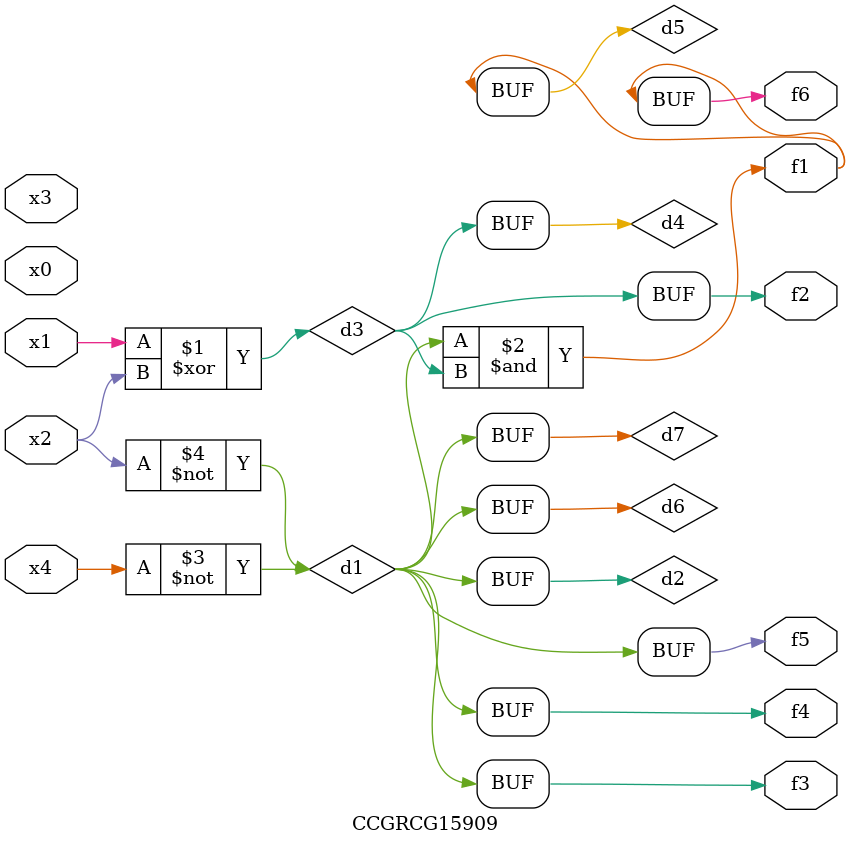
<source format=v>
module CCGRCG15909(
	input x0, x1, x2, x3, x4,
	output f1, f2, f3, f4, f5, f6
);

	wire d1, d2, d3, d4, d5, d6, d7;

	not (d1, x4);
	not (d2, x2);
	xor (d3, x1, x2);
	buf (d4, d3);
	and (d5, d1, d3);
	buf (d6, d1, d2);
	buf (d7, d2);
	assign f1 = d5;
	assign f2 = d4;
	assign f3 = d7;
	assign f4 = d7;
	assign f5 = d7;
	assign f6 = d5;
endmodule

</source>
